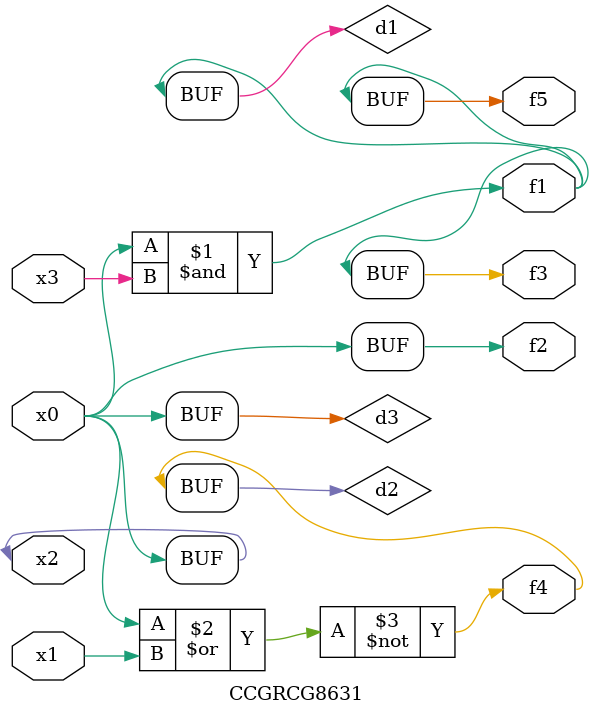
<source format=v>
module CCGRCG8631(
	input x0, x1, x2, x3,
	output f1, f2, f3, f4, f5
);

	wire d1, d2, d3;

	and (d1, x2, x3);
	nor (d2, x0, x1);
	buf (d3, x0, x2);
	assign f1 = d1;
	assign f2 = d3;
	assign f3 = d1;
	assign f4 = d2;
	assign f5 = d1;
endmodule

</source>
